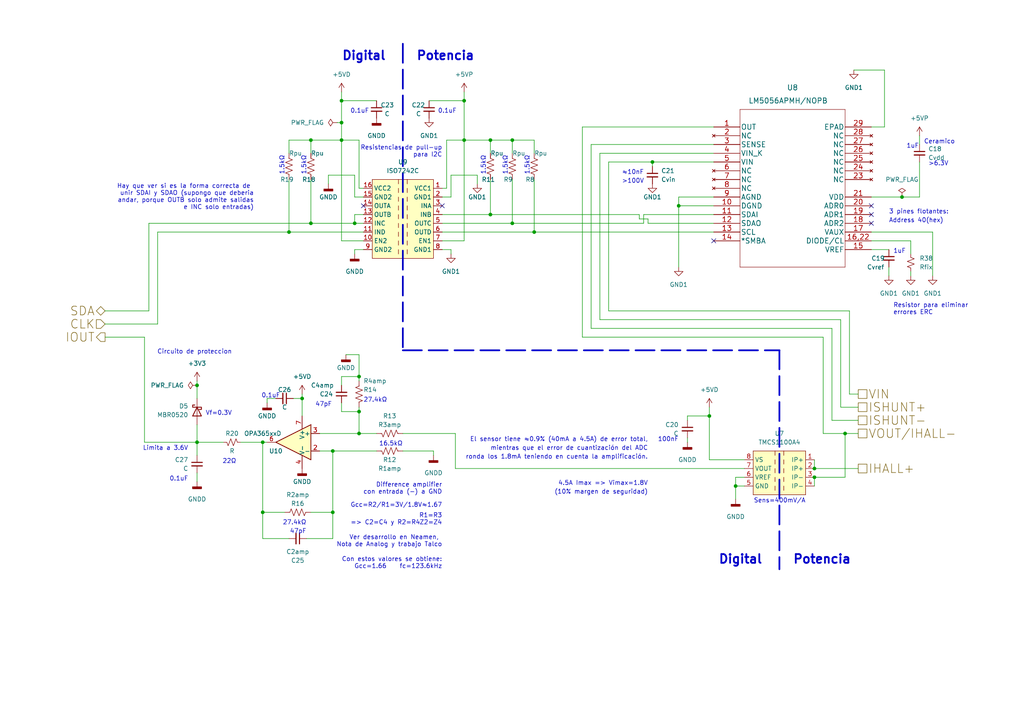
<source format=kicad_sch>
(kicad_sch (version 20211123) (generator eeschema)
  (paper "A4")
  (lib_symbols
    (symbol "2022-05-17_17-00-40:LM5056APMH{slash}NOPB" (pin_names (offset 0.254))
      (property "Reference" "U8" (at 22.86 11.43 0))
      (property "Value" "LM5056APMH/NOPB" (at 21.59 7.62 0))
      (symbol "LM5056APMH{slash}NOPB_1_1"
        (polyline (pts (xy 7.62 -40.64) (xy 38.1 -40.64)) (stroke (width 0.127)))
        (polyline (pts (xy 7.62 5.08) (xy 7.62 -40.64)) (stroke (width 0.127)))
        (polyline (pts (xy 38.1 -40.64) (xy 38.1 5.08)) (stroke (width 0.127)))
        (polyline (pts (xy 38.1 5.08) (xy 7.62 5.08)) (stroke (width 0.127)))
        (pin output line (at 0 0 0) (length 7.62) (name "OUT") (number "1"))
        (pin power_in line (at 0 -22.86 0) (length 7.62) (name "DGND") (number "10"))
        (pin input line (at 0 -25.4 0) (length 7.62) (name "SDAI") (number "11"))
        (pin output line (at 0 -27.94 0) (length 7.62) (name "SDAO") (number "12"))
        (pin input line (at 0 -30.48 0) (length 7.62) (name "SCL") (number "13"))
        (pin output line (at 0 -33.02 0) (length 7.62) (name "*SMBA") (number "14"))
        (pin output line (at 45.72 -35.56 180) (length 7.62) (name "VREF") (number "15"))
        (pin output line (at 45.72 -33.02 180) (length 7.62) (name "DIODE/CL") (number "16,22"))
        (pin input line (at 45.72 -30.48 180) (length 7.62) (name "VAUX") (number "17"))
        (pin input line (at 45.72 -27.94 180) (length 7.62) (name "ADR2") (number "18"))
        (pin input line (at 45.72 -25.4 180) (length 7.62) (name "ADR1") (number "19"))
        (pin no_connect line (at 0 -2.54 0) (length 7.62) (name "NC") (number "2"))
        (pin input line (at 45.72 -22.86 180) (length 7.62) (name "ADR0") (number "20"))
        (pin power_in line (at 45.72 -20.32 180) (length 7.62) (name "VDD") (number "21"))
        (pin no_connect line (at 45.72 -15.24 180) (length 7.62) (name "NC") (number "23"))
        (pin no_connect line (at 45.72 -12.7 180) (length 7.62) (name "NC") (number "24"))
        (pin no_connect line (at 45.72 -10.16 180) (length 7.62) (name "NC") (number "25"))
        (pin no_connect line (at 45.72 -7.62 180) (length 7.62) (name "NC") (number "26"))
        (pin no_connect line (at 45.72 -5.08 180) (length 7.62) (name "NC") (number "27"))
        (pin no_connect line (at 45.72 -2.54 180) (length 7.62) (name "NC") (number "28"))
        (pin unspecified line (at 45.72 0 180) (length 7.62) (name "EPAD") (number "29"))
        (pin input line (at 0 -5.08 0) (length 7.62) (name "SENSE") (number "3"))
        (pin input line (at 0 -7.62 0) (length 7.62) (name "VIN_K") (number "4"))
        (pin input line (at 0 -10.16 0) (length 7.62) (name "VIN") (number "5"))
        (pin no_connect line (at 0 -12.7 0) (length 7.62) (name "NC") (number "6"))
        (pin no_connect line (at 0 -15.24 0) (length 7.62) (name "NC") (number "7"))
        (pin no_connect line (at 0 -17.78 0) (length 7.62) (name "NC") (number "8"))
        (pin power_in line (at 0 -20.32 0) (length 7.62) (name "AGND") (number "9"))
      )
    )
    (symbol "Amplifier_Operational:OPA365xxD" (pin_names (offset 0.127))
      (property "Reference" "U" (at 0 6.35 0))
      (property "Value" "OPA365xxD" (at 0 3.81 0))
      (symbol "OPA365xxD_0_1"
        (polyline (pts (xy -5.08 5.08) (xy 5.08 0) (xy -5.08 -5.08) (xy -5.08 5.08)) (stroke (width 0.254)) (fill (type background)))
      )
      (symbol "OPA365xxD_1_1"
        (pin no_connect line (at -2.54 2.54 270) (length 2.54) hide (name "NC") (number "1"))
        (pin input line (at -7.62 -2.54 0) (length 2.54) (name "-") (number "2"))
        (pin input line (at -7.62 2.54 0) (length 2.54) (name "+") (number "3"))
        (pin power_in line (at -2.54 -7.62 90) (length 3.81) (name "V-") (number "4"))
        (pin no_connect line (at 0 2.54 270) (length 2.54) hide (name "NC") (number "5"))
        (pin output line (at 7.62 0 180) (length 2.54) (name "~") (number "6"))
        (pin power_in line (at -2.54 7.62 270) (length 3.81) (name "V+") (number "7"))
        (pin no_connect line (at 0 -2.54 90) (length 2.54) hide (name "NC") (number "8"))
      )
    )
    (symbol "Componentes proyecto:ISO7242C"
      (property "Reference" "U" (at 0 -12.7 0))
      (property "Value" "ISO7242C" (at 0 12.7 0))
      (symbol "ISO7242C_0_1"
        (rectangle (start -8.89 11.43) (end 8.89 -11.43) (fill (type background)))
        (polyline (pts (xy -1.27 -8.89) (xy -1.27 -10.16)))
        (polyline (pts (xy -1.27 -6.35) (xy -1.27 -7.62)))
        (polyline (pts (xy -1.27 -3.81) (xy -1.27 -5.08)))
        (polyline (pts (xy -1.27 -1.27) (xy -1.27 -2.54)))
        (polyline (pts (xy -1.27 1.27) (xy -1.27 0)))
        (polyline (pts (xy -1.27 3.81) (xy -1.27 2.54)))
        (polyline (pts (xy -1.27 6.35) (xy -1.27 5.08)))
        (polyline (pts (xy -1.27 7.62) (xy -1.27 8.89)))
        (polyline (pts (xy -1.27 8.89) (xy -1.27 8.89)))
        (polyline (pts (xy -1.27 11.43) (xy -1.27 10.16)))
        (polyline (pts (xy 1.27 -10.16) (xy 1.27 -8.89)))
        (polyline (pts (xy 1.27 -7.62) (xy 1.27 -6.35)))
        (polyline (pts (xy 1.27 -5.08) (xy 1.27 -3.81)))
        (polyline (pts (xy 1.27 -2.54) (xy 1.27 -1.27)))
        (polyline (pts (xy 1.27 0) (xy 1.27 1.27)))
        (polyline (pts (xy 1.27 2.54) (xy 1.27 3.81)))
        (polyline (pts (xy 1.27 5.08) (xy 1.27 6.35)))
        (polyline (pts (xy 1.27 7.62) (xy 1.27 8.89)))
        (polyline (pts (xy 1.27 10.16) (xy 1.27 11.43)))
      )
      (symbol "ISO7242C_1_1"
        (pin power_in line (at -11.43 8.89 0) (length 2.54) (name "VCC1") (number "1"))
        (pin input line (at 11.43 -6.35 180) (length 2.54) (name "EN2") (number "10"))
        (pin input line (at 11.43 -3.81 180) (length 2.54) (name "IND") (number "11"))
        (pin input line (at 11.43 -1.27 180) (length 2.54) (name "INC") (number "12"))
        (pin output line (at 11.43 1.27 180) (length 2.54) (name "OUTB") (number "13"))
        (pin output line (at 11.43 3.81 180) (length 2.54) (name "OUTA") (number "14"))
        (pin passive line (at 11.43 6.35 180) (length 2.54) (name "GND2") (number "15"))
        (pin power_in line (at 11.43 8.89 180) (length 2.54) (name "VCC2") (number "16"))
        (pin passive line (at -11.43 6.35 0) (length 2.54) (name "GND1") (number "2"))
        (pin input line (at -11.43 3.81 0) (length 2.54) (name "INA") (number "3"))
        (pin input line (at -11.43 1.27 0) (length 2.54) (name "INB") (number "4"))
        (pin output line (at -11.43 -1.27 0) (length 2.54) (name "OUTC") (number "5"))
        (pin output line (at -11.43 -3.81 0) (length 2.54) (name "OUTD") (number "6"))
        (pin input line (at -11.43 -6.35 0) (length 2.54) (name "EN1") (number "7"))
        (pin passive line (at -11.43 -8.89 0) (length 2.54) (name "GND1") (number "8"))
        (pin passive line (at 11.43 -8.89 180) (length 2.54) (name "GND2") (number "9"))
      )
    )
    (symbol "Componentes proyecto:TMCS1100A4"
      (property "Reference" "U" (at 0 -7.62 0))
      (property "Value" "TMCS1100A4" (at 0 7.62 0))
      (symbol "TMCS1100A4_0_1"
        (rectangle (start -7.62 6.35) (end 7.62 -6.35) (fill (type background)))
        (polyline (pts (xy -1.27 -3.81) (xy -1.27 -5.08)))
        (polyline (pts (xy -1.27 -1.27) (xy -1.27 -2.54)))
        (polyline (pts (xy -1.27 1.27) (xy -1.27 0)))
        (polyline (pts (xy -1.27 2.54) (xy -1.27 3.81)))
        (polyline (pts (xy -1.27 6.35) (xy -1.27 5.08)))
        (polyline (pts (xy 1.27 -5.08) (xy 1.27 -3.81)))
        (polyline (pts (xy 1.27 -1.27) (xy 1.27 -2.54)))
        (polyline (pts (xy 1.27 1.27) (xy 1.27 0)))
        (polyline (pts (xy 1.27 3.81) (xy 1.27 2.54)))
        (polyline (pts (xy 1.27 6.35) (xy 1.27 5.08)))
      )
      (symbol "TMCS1100A4_1_1"
        (pin input line (at -10.16 3.81 0) (length 2.54) (name "IP+") (number "1"))
        (pin input line (at -10.16 1.27 0) (length 2.54) (name "IP+") (number "2"))
        (pin input line (at -10.16 -1.27 0) (length 2.54) (name "IP-") (number "3"))
        (pin input line (at -10.16 -3.81 0) (length 2.54) (name "IP-") (number "4"))
        (pin passive line (at 10.16 -3.81 180) (length 2.54) (name "GND") (number "5"))
        (pin input line (at 10.16 -1.27 180) (length 2.54) (name "VREF") (number "6"))
        (pin input line (at 10.16 1.27 180) (length 2.54) (name "VOUT") (number "7"))
        (pin power_in line (at 10.16 3.81 180) (length 2.54) (name "VS") (number "8"))
      )
    )
    (symbol "Device:C_Small" (pin_numbers hide) (pin_names (offset 0.254) hide)
      (property "Reference" "C" (at 0.254 1.778 0))
      (property "Value" "C_Small" (at 0.254 -2.032 0))
      (symbol "C_Small_0_1"
        (polyline (pts (xy -1.524 -0.508) (xy 1.524 -0.508)) (stroke (width 0.3302)))
        (polyline (pts (xy -1.524 0.508) (xy 1.524 0.508)) (stroke (width 0.3048)))
      )
      (symbol "C_Small_1_1"
        (pin passive line (at 0 2.54 270) (length 2.032) (name "~") (number "1"))
        (pin passive line (at 0 -2.54 90) (length 2.032) (name "~") (number "2"))
      )
    )
    (symbol "Device:R_Small_US" (pin_numbers hide) (pin_names (offset 0.254) hide)
      (property "Reference" "R" (at 0.762 0.508 0))
      (property "Value" "R_Small_US" (at 0.762 -1.016 0))
      (symbol "R_Small_US_1_1"
        (polyline (pts (xy 0 0) (xy 1.016 -0.381) (xy 0 -0.762) (xy -1.016 -1.143) (xy 0 -1.524)))
        (polyline (pts (xy 0 1.524) (xy 1.016 1.143) (xy 0 0.762) (xy -1.016 0.381) (xy 0 0)))
        (pin passive line (at 0 2.54 270) (length 1.016) (name "~") (number "1"))
        (pin passive line (at 0 -2.54 90) (length 1.016) (name "~") (number "2"))
      )
    )
    (symbol "Device:R_US" (pin_numbers hide) (pin_names (offset 0))
      (property "Reference" "R" (at 2.54 0 90))
      (property "Value" "R_US" (at -2.54 0 90))
      (symbol "R_US_0_1"
        (polyline (pts (xy 0 -2.286) (xy 0 -2.54)))
        (polyline (pts (xy 0 2.286) (xy 0 2.54)))
        (polyline (pts (xy 0 -0.762) (xy 1.016 -1.143) (xy 0 -1.524) (xy -1.016 -1.905) (xy 0 -2.286)))
        (polyline (pts (xy 0 0.762) (xy 1.016 0.381) (xy 0 0) (xy -1.016 -0.381) (xy 0 -0.762)))
        (polyline (pts (xy 0 2.286) (xy 1.016 1.905) (xy 0 1.524) (xy -1.016 1.143) (xy 0 0.762)))
      )
      (symbol "R_US_1_1"
        (pin passive line (at 0 3.81 270) (length 1.27) (name "~") (number "1"))
        (pin passive line (at 0 -3.81 90) (length 1.27) (name "~") (number "2"))
      )
    )
    (symbol "Diode:MBR0520" (pin_numbers hide) (pin_names (offset 1.016) hide)
      (property "Reference" "D" (at 0 2.54 0))
      (property "Value" "MBR0520" (at 0 -2.54 0))
      (symbol "MBR0520_0_1"
        (polyline (pts (xy 1.27 0) (xy -1.27 0)))
        (polyline (pts (xy 1.27 1.27) (xy 1.27 -1.27) (xy -1.27 0) (xy 1.27 1.27)) (stroke (width 0.254)))
        (polyline (pts (xy -1.905 0.635) (xy -1.905 1.27) (xy -1.27 1.27) (xy -1.27 -1.27) (xy -0.635 -1.27) (xy -0.635 -0.635)) (stroke (width 0.254)))
      )
      (symbol "MBR0520_1_1"
        (pin passive line (at -3.81 0 0) (length 2.54) (name "K") (number "1"))
        (pin passive line (at 3.81 0 180) (length 2.54) (name "A") (number "2"))
      )
    )
    (symbol "power:+3.3V" (power) (pin_names (offset 0))
      (property "Value" "+3.3V" (at 0 3.556 0))
      (symbol "+3.3V_0_1"
        (polyline (pts (xy -0.762 1.27) (xy 0 2.54)))
        (polyline (pts (xy 0 0) (xy 0 2.54)))
        (polyline (pts (xy 0 2.54) (xy 0.762 1.27)))
      )
      (symbol "+3.3V_1_1"
        (pin power_in line (at 0 0 90) (length 0) hide (name "+3V3") (number "1"))
      )
    )
    (symbol "power:+5VD" (power) (pin_names (offset 0))
      (property "Value" "+5VD" (at 0 3.556 0))
      (symbol "+5VD_0_1"
        (polyline (pts (xy -0.762 1.27) (xy 0 2.54)))
        (polyline (pts (xy 0 0) (xy 0 2.54)))
        (polyline (pts (xy 0 2.54) (xy 0.762 1.27)))
      )
      (symbol "+5VD_1_1"
        (pin power_in line (at 0 0 90) (length 0) hide (name "+5VD") (number "1"))
      )
    )
    (symbol "power:+5VP" (power) (pin_names (offset 0))
      (property "Value" "+5VP" (at 0 3.556 0))
      (symbol "+5VP_0_1"
        (polyline (pts (xy -0.762 1.27) (xy 0 2.54)))
        (polyline (pts (xy 0 0) (xy 0 2.54)))
        (polyline (pts (xy 0 2.54) (xy 0.762 1.27)))
      )
      (symbol "+5VP_1_1"
        (pin power_in line (at 0 0 90) (length 0) hide (name "+5VP") (number "1"))
      )
    )
    (symbol "power:GND1" (power) (pin_names (offset 0))
      (property "Value" "GND1" (at 0 -3.81 0))
      (symbol "GND1_0_1"
        (polyline (pts (xy 0 0) (xy 0 -1.27) (xy 1.27 -1.27) (xy 0 -2.54) (xy -1.27 -1.27) (xy 0 -1.27)))
      )
      (symbol "GND1_1_1"
        (pin power_in line (at 0 0 270) (length 0) hide (name "GND1") (number "1"))
      )
    )
    (symbol "power:GNDD" (power) (pin_names (offset 0))
      (property "Value" "GNDD" (at 0 -3.175 0))
      (symbol "GNDD_0_1"
        (rectangle (start -1.27 -1.524) (end 1.27 -2.032) (stroke (width 0.254)) (fill (type outline)))
        (polyline (pts (xy 0 0) (xy 0 -1.524)))
      )
      (symbol "GNDD_1_1"
        (pin power_in line (at 0 0 270) (length 0) hide (name "GNDD") (number "1"))
      )
    )
    (symbol "power:PWR_FLAG" (power) (pin_numbers hide) (pin_names (offset 0) hide)
      (property "Value" "PWR_FLAG" (at 0 3.81 0))
      (symbol "PWR_FLAG_0_0"
        (pin power_out line (at 0 0 90) (length 0) (name "pwr") (number "1"))
      )
      (symbol "PWR_FLAG_0_1"
        (polyline (pts (xy 0 0) (xy 0 1.27) (xy -1.016 1.905) (xy 0 2.54) (xy 1.016 1.905) (xy 0 1.27)))
      )
    )
  )
  (junction (at 104.14 119.38))
  (junction (at 87.63 115.57))
  (junction (at 99.06 35.56))
  (junction (at 205.74 120.65))
  (junction (at 57.15 111.76))
  (junction (at 154.94 67.31))
  (junction (at 134.62 29.21))
  (junction (at 148.59 40.64))
  (junction (at 96.52 130.81))
  (junction (at 236.22 135.89))
  (junction (at 102.87 64.77))
  (junction (at 104.14 109.22))
  (junction (at 261.62 57.15))
  (junction (at 196.85 59.69))
  (junction (at 213.36 140.97))
  (junction (at 142.24 40.64))
  (junction (at 104.14 125.73))
  (junction (at 245.11 125.73))
  (junction (at 76.2 148.59))
  (junction (at 90.17 40.64))
  (junction (at 83.82 67.31))
  (junction (at 57.15 128.27))
  (junction (at 96.52 148.59))
  (junction (at 90.17 64.77))
  (junction (at 148.59 64.77))
  (junction (at 189.23 46.99))
  (junction (at 76.2 128.27))
  (junction (at 142.24 62.23))
  (junction (at 236.22 138.43))
  (junction (at 99.06 29.21))
  (junction (at 99.06 40.64))
  (junction (at 134.62 40.64))
  (no_connect (at 105.41 59.69))
  (no_connect (at 128.27 59.69))
  (no_connect (at 252.73 62.23))
  (no_connect (at 252.73 64.77))
  (no_connect (at 252.73 59.69))
  (no_connect (at 207.01 69.85))
  (wire (pts (xy 132.08 135.89) (xy 132.08 125.73)))
  (wire (pts (xy 90.17 44.45) (xy 90.17 40.64)))
  (wire (pts (xy 96.52 156.21) (xy 88.9 156.21)))
  (wire (pts (xy 246.38 90.17) (xy 176.53 90.17)))
  (wire (pts (xy 129.54 40.64) (xy 134.62 40.64)))
  (wire (pts (xy 185.42 62.23) (xy 142.24 62.23)))
  (wire (pts (xy 270.51 67.31) (xy 270.51 80.01)))
  (wire (pts (xy 83.82 67.31) (xy 45.72 67.31)))
  (wire (pts (xy 99.06 119.38) (xy 104.14 119.38)))
  (polyline (pts (xy 116.84 12.7) (xy 116.84 101.6)) (stroke (width 0.5)))
  (wire (pts (xy 142.24 62.23) (xy 128.27 62.23)))
  (wire (pts (xy 176.53 46.99) (xy 189.23 46.99)))
  (wire (pts (xy 248.92 135.89) (xy 236.22 135.89)))
  (wire (pts (xy 154.94 40.64) (xy 154.94 44.45)))
  (wire (pts (xy 128.27 69.85) (xy 134.62 69.85)))
  (wire (pts (xy 99.06 109.22) (xy 104.14 109.22)))
  (wire (pts (xy 215.9 138.43) (xy 213.36 138.43)))
  (wire (pts (xy 102.87 62.23) (xy 102.87 64.77)))
  (wire (pts (xy 128.27 72.39) (xy 130.81 72.39)))
  (wire (pts (xy 129.54 40.64) (xy 129.54 54.61)))
  (wire (pts (xy 76.2 128.27) (xy 69.85 128.27)))
  (wire (pts (xy 246.38 114.3) (xy 246.38 90.17)))
  (wire (pts (xy 264.16 73.66) (xy 264.16 69.85)))
  (wire (pts (xy 104.14 119.38) (xy 104.14 118.11)))
  (wire (pts (xy 105.41 62.23) (xy 102.87 62.23)))
  (wire (pts (xy 64.77 128.27) (xy 57.15 128.27)))
  (wire (pts (xy 176.53 46.99) (xy 176.53 90.17)))
  (wire (pts (xy 125.73 130.81) (xy 125.73 132.08)))
  (wire (pts (xy 99.06 35.56) (xy 99.06 40.64)))
  (wire (pts (xy 205.74 118.11) (xy 205.74 120.65)))
  (wire (pts (xy 99.06 111.76) (xy 99.06 109.22)))
  (wire (pts (xy 95.25 50.8) (xy 95.25 53.34)))
  (wire (pts (xy 199.39 120.65) (xy 205.74 120.65)))
  (wire (pts (xy 57.15 128.27) (xy 41.91 128.27)))
  (wire (pts (xy 105.41 64.77) (xy 102.87 64.77)))
  (wire (pts (xy 215.9 135.89) (xy 132.08 135.89)))
  (wire (pts (xy 77.47 115.57) (xy 80.01 115.57)))
  (wire (pts (xy 257.81 72.39) (xy 252.73 72.39)))
  (wire (pts (xy 213.36 138.43) (xy 213.36 140.97)))
  (wire (pts (xy 207.01 64.77) (xy 187.96 64.77)))
  (wire (pts (xy 83.82 52.07) (xy 83.82 67.31)))
  (wire (pts (xy 41.91 97.79) (xy 30.48 97.79)))
  (wire (pts (xy 45.72 93.98) (xy 30.48 93.98)))
  (wire (pts (xy 256.54 20.32) (xy 256.54 36.83)))
  (wire (pts (xy 128.27 57.15) (xy 130.81 57.15)))
  (wire (pts (xy 124.46 29.21) (xy 134.62 29.21)))
  (wire (pts (xy 109.22 130.81) (xy 96.52 130.81)))
  (wire (pts (xy 207.01 57.15) (xy 196.85 57.15)))
  (wire (pts (xy 245.11 138.43) (xy 236.22 138.43)))
  (wire (pts (xy 104.14 40.64) (xy 99.06 40.64)))
  (wire (pts (xy 257.81 77.47) (xy 257.81 80.01)))
  (wire (pts (xy 238.76 97.79) (xy 168.91 97.79)))
  (wire (pts (xy 132.08 125.73) (xy 116.84 125.73)))
  (wire (pts (xy 104.14 125.73) (xy 92.71 125.73)))
  (wire (pts (xy 109.22 125.73) (xy 104.14 125.73)))
  (wire (pts (xy 187.96 64.77) (xy 187.96 63.5)))
  (wire (pts (xy 196.85 57.15) (xy 196.85 59.69)))
  (wire (pts (xy 57.15 137.16) (xy 57.15 139.7)))
  (wire (pts (xy 266.7 39.37) (xy 266.7 41.91)))
  (wire (pts (xy 148.59 64.77) (xy 128.27 64.77)))
  (wire (pts (xy 138.43 50.8) (xy 138.43 53.34)))
  (wire (pts (xy 245.11 125.73) (xy 245.11 138.43)))
  (wire (pts (xy 245.11 125.73) (xy 238.76 125.73)))
  (wire (pts (xy 238.76 125.73) (xy 238.76 97.79)))
  (wire (pts (xy 104.14 109.22) (xy 104.14 110.49)))
  (wire (pts (xy 264.16 69.85) (xy 252.73 69.85)))
  (wire (pts (xy 43.18 64.77) (xy 43.18 90.17)))
  (wire (pts (xy 171.45 41.91) (xy 171.45 95.25)))
  (wire (pts (xy 236.22 133.35) (xy 236.22 135.89)))
  (wire (pts (xy 142.24 40.64) (xy 134.62 40.64)))
  (wire (pts (xy 57.15 110.49) (xy 57.15 111.76)))
  (wire (pts (xy 154.94 52.07) (xy 154.94 67.31)))
  (wire (pts (xy 264.16 80.01) (xy 264.16 78.74)))
  (wire (pts (xy 199.39 121.92) (xy 199.39 120.65)))
  (wire (pts (xy 102.87 50.8) (xy 95.25 50.8)))
  (wire (pts (xy 266.7 57.15) (xy 266.7 46.99)))
  (wire (pts (xy 102.87 57.15) (xy 102.87 50.8)))
  (wire (pts (xy 199.39 128.27) (xy 199.39 127)))
  (wire (pts (xy 186.69 64.77) (xy 148.59 64.77)))
  (wire (pts (xy 77.47 116.84) (xy 77.47 115.57)))
  (wire (pts (xy 76.2 156.21) (xy 76.2 148.59)))
  (polyline (pts (xy 226.06 101.6) (xy 226.06 165.1)) (stroke (width 0.5)))
  (polyline (pts (xy 116.84 101.6) (xy 226.06 101.6)) (stroke (width 0.5)))
  (wire (pts (xy 96.52 148.59) (xy 90.17 148.59)))
  (wire (pts (xy 45.72 67.31) (xy 45.72 93.98)))
  (wire (pts (xy 104.14 109.22) (xy 104.14 102.87)))
  (wire (pts (xy 99.06 29.21) (xy 99.06 35.56)))
  (wire (pts (xy 104.14 40.64) (xy 104.14 54.61)))
  (wire (pts (xy 243.84 118.11) (xy 243.84 92.71)))
  (wire (pts (xy 105.41 69.85) (xy 99.06 69.85)))
  (wire (pts (xy 142.24 52.07) (xy 142.24 62.23)))
  (wire (pts (xy 43.18 90.17) (xy 30.48 90.17)))
  (wire (pts (xy 57.15 128.27) (xy 57.15 132.08)))
  (wire (pts (xy 186.69 62.23) (xy 186.69 64.77)))
  (wire (pts (xy 207.01 46.99) (xy 189.23 46.99)))
  (wire (pts (xy 256.54 36.83) (xy 252.73 36.83)))
  (wire (pts (xy 256.54 20.32) (xy 247.65 20.32)))
  (wire (pts (xy 134.62 26.67) (xy 134.62 29.21)))
  (wire (pts (xy 90.17 64.77) (xy 43.18 64.77)))
  (wire (pts (xy 104.14 54.61) (xy 105.41 54.61)))
  (wire (pts (xy 82.55 148.59) (xy 76.2 148.59)))
  (wire (pts (xy 207.01 44.45) (xy 173.99 44.45)))
  (wire (pts (xy 99.06 69.85) (xy 99.06 40.64)))
  (wire (pts (xy 215.9 133.35) (xy 205.74 133.35)))
  (wire (pts (xy 104.14 125.73) (xy 104.14 119.38)))
  (wire (pts (xy 261.62 57.15) (xy 252.73 57.15)))
  (wire (pts (xy 207.01 36.83) (xy 168.91 36.83)))
  (wire (pts (xy 57.15 111.76) (xy 57.15 115.57)))
  (wire (pts (xy 90.17 52.07) (xy 90.17 64.77)))
  (wire (pts (xy 248.92 121.92) (xy 241.3 121.92)))
  (wire (pts (xy 207.01 41.91) (xy 171.45 41.91)))
  (wire (pts (xy 76.2 148.59) (xy 76.2 128.27)))
  (wire (pts (xy 109.22 29.21) (xy 99.06 29.21)))
  (wire (pts (xy 207.01 62.23) (xy 186.69 62.23)))
  (wire (pts (xy 76.2 128.27) (xy 77.47 128.27)))
  (wire (pts (xy 97.79 35.56) (xy 99.06 35.56)))
  (wire (pts (xy 130.81 57.15) (xy 130.81 50.8)))
  (wire (pts (xy 252.73 67.31) (xy 270.51 67.31)))
  (wire (pts (xy 207.01 59.69) (xy 196.85 59.69)))
  (wire (pts (xy 134.62 69.85) (xy 134.62 40.64)))
  (wire (pts (xy 130.81 50.8) (xy 138.43 50.8)))
  (wire (pts (xy 148.59 40.64) (xy 154.94 40.64)))
  (wire (pts (xy 168.91 36.83) (xy 168.91 97.79)))
  (wire (pts (xy 102.87 72.39) (xy 102.87 73.66)))
  (wire (pts (xy 104.14 102.87) (xy 100.33 102.87)))
  (wire (pts (xy 96.52 130.81) (xy 92.71 130.81)))
  (wire (pts (xy 248.92 125.73) (xy 245.11 125.73)))
  (wire (pts (xy 261.62 57.15) (xy 266.7 57.15)))
  (wire (pts (xy 83.82 156.21) (xy 76.2 156.21)))
  (wire (pts (xy 105.41 72.39) (xy 102.87 72.39)))
  (wire (pts (xy 96.52 130.81) (xy 96.52 148.59)))
  (wire (pts (xy 154.94 67.31) (xy 128.27 67.31)))
  (wire (pts (xy 187.96 63.5) (xy 185.42 63.5)))
  (wire (pts (xy 87.63 114.3) (xy 87.63 115.57)))
  (wire (pts (xy 248.92 118.11) (xy 243.84 118.11)))
  (wire (pts (xy 134.62 29.21) (xy 134.62 40.64)))
  (wire (pts (xy 105.41 67.31) (xy 83.82 67.31)))
  (wire (pts (xy 130.81 72.39) (xy 130.81 73.66)))
  (wire (pts (xy 173.99 44.45) (xy 173.99 92.71)))
  (wire (pts (xy 142.24 44.45) (xy 142.24 40.64)))
  (wire (pts (xy 102.87 64.77) (xy 90.17 64.77)))
  (wire (pts (xy 129.54 54.61) (xy 128.27 54.61)))
  (wire (pts (xy 189.23 46.99) (xy 189.23 48.26)))
  (wire (pts (xy 83.82 40.64) (xy 83.82 44.45)))
  (wire (pts (xy 241.3 121.92) (xy 241.3 95.25)))
  (wire (pts (xy 148.59 52.07) (xy 148.59 64.77)))
  (wire (pts (xy 125.73 130.81) (xy 116.84 130.81)))
  (wire (pts (xy 57.15 123.19) (xy 57.15 128.27)))
  (wire (pts (xy 99.06 116.84) (xy 99.06 119.38)))
  (wire (pts (xy 243.84 92.71) (xy 173.99 92.71)))
  (wire (pts (xy 205.74 120.65) (xy 205.74 133.35)))
  (wire (pts (xy 41.91 128.27) (xy 41.91 97.79)))
  (wire (pts (xy 99.06 40.64) (xy 90.17 40.64)))
  (wire (pts (xy 105.41 57.15) (xy 102.87 57.15)))
  (wire (pts (xy 215.9 140.97) (xy 213.36 140.97)))
  (wire (pts (xy 148.59 40.64) (xy 142.24 40.64)))
  (wire (pts (xy 196.85 59.69) (xy 196.85 77.47)))
  (wire (pts (xy 148.59 44.45) (xy 148.59 40.64)))
  (wire (pts (xy 207.01 67.31) (xy 154.94 67.31)))
  (wire (pts (xy 90.17 40.64) (xy 83.82 40.64)))
  (wire (pts (xy 87.63 115.57) (xy 87.63 120.65)))
  (wire (pts (xy 248.92 114.3) (xy 246.38 114.3)))
  (wire (pts (xy 236.22 138.43) (xy 236.22 140.97)))
  (wire (pts (xy 213.36 140.97) (xy 213.36 144.78)))
  (wire (pts (xy 241.3 95.25) (xy 171.45 95.25)))
  (wire (pts (xy 99.06 26.67) (xy 99.06 29.21)))
  (wire (pts (xy 96.52 148.59) (xy 96.52 156.21)))
  (wire (pts (xy 185.42 63.5) (xy 185.42 62.23)))
  (wire (pts (xy 87.63 115.57) (xy 85.09 115.57)))
  (text "Sens=400mV/A" (at 233.68 146.05 180) (effects (font (size 1.27 1.27)) (justify right bottom)))
  (text "mientras que el error de cuantización del ADC" (at 187.96 130.81 180) (effects (font (size 1.27 1.27)) (justify right bottom)))
  (text "Ver desarrollo en Neamen, \nNota de Analog y trabajo Talco" (at 128.27 158.75 0) (effects (font (size 1.27 1.27)) (justify right bottom)))
  (text "Gcc=R2/R1=3V/1.8V≈1.67" (at 128.27 147.32 180) (effects (font (size 1.27 1.27)) (justify right bottom)))
  (text "3 pines flotantes:" (at 257.81 62.23 0) (effects (font (size 1.27 1.27)) (justify left bottom)))
  (text "1.5kΩ" (at 140.97 50.8 90) (effects (font (size 1.27 1.27)) (justify left bottom)))
  (text "≈10nF" (at 180.34 50.8 0) (effects (font (size 1.27 1.27)) (justify left bottom)))
  (text "Vf=0.3V" (at 67.31 120.65 180) (effects (font (size 1.27 1.27)) (justify right bottom)))
  (text "R1=R3\nZ2=Z4" (at 128.27 152.4 180) (effects (font (size 1.27 1.27)) (justify right bottom)))
  (text "1uF" (at 259.08 73.66 0) (effects (font (size 1.27 1.27)) (justify left bottom)))
  (text "Con estos valores se obtiene:\nGcc=1.66    fc=123.6kHz" (at 128.27 165.1 0) (effects (font (size 1.27 1.27)) (justify right bottom)))
  (text "16.5kΩ" (at 116.84 129.54 180) (effects (font (size 1.27 1.27)) (justify right bottom)))
  (text "Limita a 3.6V" (at 54.61 130.81 180) (effects (font (size 1.27 1.27)) (justify right bottom)))
  (text "0.1uF" (at 101.6 33.02 0) (effects (font (size 1.27 1.27)) (justify left bottom)))
  (text ">6.3V" (at 269.24 48.26 0) (effects (font (size 1.27 1.27)) (justify left bottom)))
  (text "1.5kΩ" (at 153.67 50.8 90) (effects (font (size 1.27 1.27)) (justify left bottom)))
  (text "1.5kΩ" (at 147.32 50.8 90) (effects (font (size 1.27 1.27)) (justify left bottom)))
  (text "1.5kΩ" (at 88.9 50.8 90) (effects (font (size 1.27 1.27)) (justify left bottom)))
  (text "0.1uF" (at 127 33.02 0) (effects (font (size 1.27 1.27)) (justify left bottom)))
  (text "0.1uF" (at 54.61 139.7 180) (effects (font (size 1.27 1.27)) (justify right bottom)))
  (text "22Ω" (at 68.58 134.62 180) (effects (font (size 1.27 1.27)) (justify right bottom)))
  (text "100nF" (at 196.85 128.27 180) (effects (font (size 1.27 1.27)) (justify right bottom)))
  (text " => C2=C4 y R2=R4" (at 121.92 152.4 180) (effects (font (size 1.27 1.27)) (justify right bottom)))
  (text "Digital" (at 99.06 17.78 0) (effects (font (size 2.54 2.54) (thickness 0.508) bold) (justify left bottom)))
  (text "1.5kΩ" (at 82.55 50.8 90) (effects (font (size 1.27 1.27)) (justify left bottom)))
  (text "Resistor para eliminar \nerrores ERC" (at 259.08 91.44 0) (effects (font (size 1.27 1.27)) (justify left bottom)))
  (text "0.1uF" (at 81.28 115.57 180) (effects (font (size 1.27 1.27)) (justify right bottom)))
  (text "Hay que ver si es la forma correcta de \nunir SDAI y SDAO (supongo que deberia\nandar, porque OUTB solo admite salidas\ne INC solo entradas)" (at 73.66 60.96 0) (effects (font (size 1.27 1.27)) (justify right bottom)))
  (text "(10% margen de seguridad)" (at 187.96 143.51 180) (effects (font (size 1.27 1.27)) (justify right bottom)))
  (text "Address 40(hex)" (at 257.81 64.77 0) (effects (font (size 1.27 1.27)) (justify left bottom)))
  (text "Potencia" (at 229.87 163.83 0) (effects (font (size 2.54 2.54) bold) (justify left bottom)))
  (text "Ceramico" (at 267.97 41.91 0) (effects (font (size 1.27 1.27)) (justify left bottom)))
  (text "47pF" (at 88.9 154.94 180) (effects (font (size 1.27 1.27)) (justify right bottom)))
  (text "27.4kΩ" (at 105.41 116.84 0) (effects (font (size 1.27 1.27)) (justify left bottom)))
  (text "Circuito de proteccion" (at 67.31 102.87 180) (effects (font (size 1.27 1.27)) (justify right bottom)))
  (text "Resistencias de pull-up\npara I2C" (at 128.27 45.72 180) (effects (font (size 1.27 1.27)) (justify right bottom)))
  (text ">100V" (at 180.34 53.34 0) (effects (font (size 1.27 1.27)) (justify left bottom)))
  (text "27.4kΩ" (at 88.9 152.4 180) (effects (font (size 1.27 1.27)) (justify right bottom)))
  (text "47pF" (at 91.44 118.11 0) (effects (font (size 1.27 1.27)) (justify left bottom)))
  (text "Difference amplifier\ncon entrada (-) a GND" (at 128.27 143.51 180) (effects (font (size 1.27 1.27)) (justify right bottom)))
  (text "4.5A Imax => Vimax=1.8V" (at 187.96 140.97 180) (effects (font (size 1.27 1.27)) (justify right bottom)))
  (text "El sensor tiene ≈0.9% (40mA a 4.5A) de error total," (at 187.96 128.27 0) (effects (font (size 1.27 1.27)) (justify right bottom)))
  (text "ronda los 1.8mA teniendo en cuenta la amplificación." (at 187.96 133.35 0) (effects (font (size 1.27 1.27)) (justify right bottom)))
  (text "Digital" (at 208.28 163.83 0) (effects (font (size 2.54 2.54) (thickness 0.508) bold) (justify left bottom)))
  (text "1uF" (at 262.89 43.18 0) (effects (font (size 1.27 1.27)) (justify left bottom)))
  (text "Potencia" (at 120.65 17.78 0) (effects (font (size 2.54 2.54) bold) (justify left bottom)))
  (hierarchical_label "ISHUNT+" (shape passive) (at 248.92 118.11 0) (effects (font (size 2.54 2.54))))
  (hierarchical_label "SDA" (shape bidirectional) (at 30.48 90.17 180) (effects (font (size 2.54 2.54))))
  (hierarchical_label "IHALL+" (shape passive) (at 248.92 135.89 0) (effects (font (size 2.54 2.54))))
  (hierarchical_label "ISHUNT-" (shape passive) (at 248.92 121.92 0) (effects (font (size 2.54 2.54))))
  (hierarchical_label "CLK" (shape input) (at 30.48 93.98 180) (effects (font (size 2.54 2.54))))
  (hierarchical_label "VIN" (shape passive) (at 248.92 114.3 0) (effects (font (size 2.54 2.54))))
  (hierarchical_label "IOUT" (shape output) (at 30.48 97.79 180) (effects (font (size 2.54 2.54))))
  (hierarchical_label "VOUT{slash}IHALL-" (shape passive) (at 248.92 125.73 0) (effects (font (size 2.54 2.54))))
  (symbol (lib_id "power:GNDD") (at 213.36 144.78 0) (unit 1)
    (property "Reference" "#PWR0133" (effects hide))
    (property "Value" "GNDD" (at 213.36 149.86 0))
  )
  (symbol (lib_id "Device:R_Small_US") (at 67.31 128.27 270) (mirror x) (unit 1)
    (property "Reference" "R20" (at 67.31 125.73 90))
    (property "Value" "R" (at 67.31 130.81 90))
    (property "Footprint" "Resistor_SMD:R_1206_3216Metric_Pad1.30x1.75mm_HandSolder" (effects hide))
  )
  (symbol (lib_id "Device:R_US") (at 148.59 48.26 0) (unit 1)
    (property "Reference" "R9" (at 146.05 52.07 0) (effects (justify left)))
    (property "Value" "Rpu" (at 148.59 44.45 0) (effects (justify left)))
    (property "Footprint" "Resistor_SMD:R_1206_3216Metric_Pad1.30x1.75mm_HandSolder" (effects hide))
  )
  (symbol (lib_id "power:GND1") (at 270.51 80.01 0) (unit 1)
    (property "Reference" "#PWR0138" (effects hide))
    (property "Value" "GND1" (at 270.51 85.09 0))
  )
  (symbol (lib_id "Device:R_US") (at 142.24 48.26 0) (unit 1)
    (property "Reference" "R11" (at 139.7 52.07 0) (effects (justify left)))
    (property "Value" "Rpu" (at 142.24 44.45 0) (effects (justify left)))
    (property "Footprint" "Resistor_SMD:R_1206_3216Metric_Pad1.30x1.75mm_HandSolder" (effects hide))
  )
  (symbol (lib_id "power:GND1") (at 189.23 53.34 0) (unit 1)
    (property "Reference" "#PWR0137" (effects hide))
    (property "Value" "GND1" (at 189.23 57.15 0))
  )
  (symbol (lib_id "power:GND1") (at 264.16 80.01 0) (unit 1)
    (property "Reference" "#PWR0140" (effects hide))
    (property "Value" "GND1" (at 264.16 85.09 0))
  )
  (symbol (lib_id "power:GNDD") (at 100.33 102.87 0) (mirror y) (unit 1)
    (property "Reference" "#PWR0101" (effects hide))
    (property "Value" "GNDD" (at 100.33 106.68 0))
  )
  (symbol (lib_id "Componentes proyecto:TMCS1100A4") (at 226.06 137.16 0) (mirror y) (unit 1)
    (property "Reference" "U7" (at 226.06 125.73 0))
    (property "Value" "TMCS1100A4" (at 226.06 128.27 0))
    (property "Footprint" "Package_SO:SOIC-8_3.9x4.9mm_P1.27mm" (effects hide))
  )
  (symbol (lib_id "power:+5VP") (at 266.7 39.37 0) (mirror y) (unit 1)
    (property "Reference" "#PWR0132" (effects hide))
    (property "Value" "+5VP" (at 266.7 34.29 0))
  )
  (symbol (lib_id "power:GND1") (at 124.46 34.29 0) (mirror y) (unit 1)
    (property "Reference" "#PWR0153" (effects hide))
    (property "Value" "GND1" (at 124.46 39.37 0))
  )
  (symbol (lib_id "Device:C_Small") (at 99.06 114.3 0) (mirror x) (unit 1)
    (property "Reference" "C24" (at 92.71 114.3 0) (effects (justify left)))
    (property "Value" "C4amp" (at 90.17 111.76 0) (effects (justify left)))
    (property "Footprint" "Capacitor_SMD:C_1206_3216Metric_Pad1.33x1.80mm_HandSolder" (effects hide))
  )
  (symbol (lib_id "Device:R_US") (at 113.03 125.73 270) (mirror x) (unit 1)
    (property "Reference" "R13" (at 113.03 120.65 90))
    (property "Value" "R3amp" (at 113.03 123.19 90))
    (property "Footprint" "Resistor_SMD:R_1206_3216Metric_Pad1.30x1.75mm_HandSolder" (effects hide))
  )
  (symbol (lib_id "power:GND1") (at 130.81 73.66 0) (unit 1)
    (property "Reference" "#PWR0151" (effects hide))
    (property "Value" "GND1" (at 130.81 78.74 0))
  )
  (symbol (lib_id "power:GNDD") (at 95.25 53.34 0) (mirror y) (unit 1)
    (property "Reference" "#PWR0141" (effects hide))
    (property "Value" "GNDD" (at 95.25 57.15 0))
  )
  (symbol (lib_id "power:GNDD") (at 77.47 116.84 0) (mirror y) (unit 1)
    (property "Reference" "#PWR0104" (effects hide))
    (property "Value" "GNDD" (at 77.47 120.65 0))
  )
  (symbol (lib_id "power:+5VD") (at 205.74 118.11 0) (mirror y) (unit 1)
    (property "Reference" "#PWR0134" (effects hide))
    (property "Value" "+5VD" (at 205.74 113.03 0))
  )
  (symbol (lib_id "Device:C_Small") (at 124.46 31.75 0) (mirror y) (unit 1)
    (property "Reference" "C22" (at 119.38 30.48 0) (effects (justify right)))
    (property "Value" "C" (at 120.65 33.02 0) (effects (justify right)))
    (property "Footprint" "Capacitor_SMD:C_1206_3216Metric_Pad1.33x1.80mm_HandSolder" (effects hide))
  )
  (symbol (lib_id "Componentes proyecto:ISO7242C") (at 116.84 63.5 0) (mirror y) (unit 1)
    (property "Reference" "U9" (at 116.84 46.99 0))
    (property "Value" "ISO7242C" (at 116.84 49.53 0))
    (property "Footprint" "Package_SO:SOIC-16W_7.5x10.3mm_P1.27mm" (effects hide))
  )
  (symbol (lib_id "Device:C_Small") (at 189.23 50.8 0) (unit 1)
    (property "Reference" "C21" (at 191.77 49.5362 0) (effects (justify left)))
    (property "Value" "Cvin" (at 191.77 52.0762 0) (effects (justify left)))
    (property "Footprint" "Capacitor_SMD:C_1206_3216Metric_Pad1.33x1.80mm_HandSolder" (effects hide))
  )
  (symbol (lib_id "2022-05-17_17-00-40:LM5056APMH{slash}NOPB") (at 207.01 36.83 0) (unit 1)
    (property "Reference" "U8" (at 229.87 25.4 0) (effects (font (size 1.524 1.524))))
    (property "Value" "LM5056APMH/NOPB" (at 228.6 29.21 0) (effects (font (size 1.524 1.524))))
    (property "Footprint" "Package_SO:HTSSOP-28-1EP_4.4x9.7mm_P0.65mm_EP2.85x5.4mm" (effects hide))
  )
  (symbol (lib_id "power:GND1") (at 257.81 80.01 0) (unit 1)
    (property "Reference" "#PWR0139" (effects hide))
    (property "Value" "GND1" (at 257.81 85.09 0))
  )
  (symbol (lib_id "Device:R_US") (at 90.17 48.26 0) (unit 1)
    (property "Reference" "R18" (at 87.63 52.07 0) (effects (justify left)))
    (property "Value" "Rpu" (at 90.17 44.45 0) (effects (justify left)))
    (property "Footprint" "Resistor_SMD:R_1206_3216Metric_Pad1.30x1.75mm_HandSolder" (effects hide))
  )
  (symbol (lib_id "power:PWR_FLAG") (at 97.79 35.56 90) (unit 1)
    (property "Reference" "#FLG0106" (effects hide))
    (property "Value" "PWR_FLAG" (at 93.98 35.5599 90) (effects (justify left)))
  )
  (symbol (lib_id "Device:C_Small") (at 57.15 134.62 0) (mirror y) (unit 1)
    (property "Reference" "C27" (at 54.61 133.3562 0) (effects (justify left)))
    (property "Value" "C" (at 54.61 135.8962 0) (effects (justify left)))
    (property "Footprint" "Capacitor_SMD:C_1206_3216Metric_Pad1.33x1.80mm_HandSolder" (effects hide))
  )
  (symbol (lib_id "power:PWR_FLAG") (at 261.62 57.15 0) (mirror y) (unit 1)
    (property "Reference" "#FLG0102" (effects hide))
    (property "Value" "PWR_FLAG" (at 261.62 52.07 0))
  )
  (symbol (lib_id "Device:R_US") (at 104.14 114.3 0) (mirror x) (unit 1)
    (property "Reference" "R14" (at 105.41 113.03 0) (effects (justify left)))
    (property "Value" "R4amp" (at 105.41 110.49 0) (effects (justify left)))
    (property "Footprint" "Resistor_SMD:R_1206_3216Metric_Pad1.30x1.75mm_HandSolder" (effects hide))
  )
  (symbol (lib_id "power:+5VD") (at 87.63 114.3 0) (mirror y) (unit 1)
    (property "Reference" "#PWR0105" (effects hide))
    (property "Value" "+5VD" (at 87.63 109.22 0))
  )
  (symbol (lib_id "power:GNDD") (at 102.87 73.66 0) (unit 1)
    (property "Reference" "#PWR0152" (effects hide))
    (property "Value" "GNDD" (at 102.87 78.74 0))
  )
  (symbol (lib_id "power:GNDD") (at 109.22 34.29 0) (mirror y) (unit 1)
    (property "Reference" "#PWR0150" (effects hide))
    (property "Value" "GNDD" (at 109.22 39.37 0))
  )
  (symbol (lib_id "power:GND1") (at 196.85 77.47 0) (unit 1)
    (property "Reference" "#PWR0130" (effects hide))
    (property "Value" "GND1" (at 196.85 82.55 0))
  )
  (symbol (lib_id "power:GNDD") (at 87.63 135.89 0) (mirror y) (unit 1)
    (property "Reference" "#PWR0102" (effects hide))
    (property "Value" "GNDD" (at 87.63 139.7 0))
  )
  (symbol (lib_id "Device:R_Small_US") (at 264.16 76.2 0) (unit 1)
    (property "Reference" "R38" (at 266.7 74.9299 0) (effects (justify left)))
    (property "Value" "Rfix" (at 266.7 77.4699 0) (effects (justify left)))
    (property "Footprint" "Resistor_SMD:R_1206_3216Metric_Pad1.30x1.75mm_HandSolder" (effects hide))
  )
  (symbol (lib_id "Diode:MBR0520") (at 57.15 119.38 90) (mirror x) (unit 1)
    (property "Reference" "D5" (at 54.61 117.7924 90) (effects (justify left)))
    (property "Value" "MBR0520" (at 54.61 120.3324 90) (effects (justify left)))
    (property "Footprint" "Diode_SMD:D_SOD-123" (effects hide))
    (property "Datasheet" "http://www.mccsemi.com/up_pdf/MBR0520~MBR0580(SOD123).pdf" (effects hide))
  )
  (symbol (lib_id "power:+5VD") (at 99.06 26.67 0) (mirror y) (unit 1)
    (property "Reference" "#PWR0154" (effects hide))
    (property "Value" "+5VD" (at 99.06 21.59 0))
  )
  (symbol (lib_id "Device:R_US") (at 113.03 130.81 270) (mirror x) (unit 1)
    (property "Reference" "R12" (at 113.03 133.35 90))
    (property "Value" "R1amp" (at 113.03 135.89 90))
    (property "Footprint" "Resistor_SMD:R_1206_3216Metric_Pad1.30x1.75mm_HandSolder" (effects hide))
  )
  (symbol (lib_id "power:GNDD") (at 57.15 139.7 0) (mirror y) (unit 1)
    (property "Reference" "#PWR0148" (effects hide))
    (property "Value" "GNDD" (at 57.15 144.78 0))
  )
  (symbol (lib_id "power:+5VP") (at 134.62 26.67 0) (mirror y) (unit 1)
    (property "Reference" "#PWR0149" (effects hide))
    (property "Value" "+5VP" (at 134.62 21.59 0))
  )
  (symbol (lib_id "power:+3.3V") (at 57.15 110.49 0) (mirror y) (unit 1)
    (property "Reference" "#PWR0144" (effects hide))
    (property "Value" "+3.3V" (at 57.15 105.41 0))
  )
  (symbol (lib_id "Device:C_Small") (at 86.36 156.21 270) (unit 1)
    (property "Reference" "C25" (at 86.36 162.56 90))
    (property "Value" "C2amp" (at 86.36 160.02 90))
    (property "Footprint" "Capacitor_SMD:C_1206_3216Metric_Pad1.33x1.80mm_HandSolder" (effects hide))
  )
  (symbol (lib_id "power:GND1") (at 247.65 20.32 0) (unit 1)
    (property "Reference" "#PWR0131" (effects hide))
    (property "Value" "GND1" (at 247.65 25.4 0))
  )
  (symbol (lib_id "Device:R_US") (at 83.82 48.26 0) (unit 1)
    (property "Reference" "R19" (at 81.28 52.07 0) (effects (justify left)))
    (property "Value" "Rpu" (at 83.82 44.45 0) (effects (justify left)))
    (property "Footprint" "Resistor_SMD:R_1206_3216Metric_Pad1.30x1.75mm_HandSolder" (effects hide))
  )
  (symbol (lib_id "Amplifier_Operational:OPA365xxD") (at 85.09 128.27 0) (mirror y) (unit 1)
    (property "Reference" "U10" (at 80.01 130.81 0))
    (property "Value" "OPA365xxD" (at 76.2 125.73 0))
    (property "Footprint" "Package_SO:SOIC-8_3.9x4.9mm_P1.27mm" (effects hide))
    (property "Datasheet" "http://www.ti.com/lit/ds/symlink/opa365.pdf" (effects hide))
  )
  (symbol (lib_id "Device:C_Small") (at 109.22 31.75 0) (mirror y) (unit 1)
    (property "Reference" "C23" (at 114.3 30.48 0) (effects (justify left)))
    (property "Value" "C" (at 113.03 33.02 0) (effects (justify left)))
    (property "Footprint" "Capacitor_SMD:C_1206_3216Metric_Pad1.33x1.80mm_HandSolder" (effects hide))
  )
  (symbol (lib_id "Device:R_US") (at 154.94 48.26 0) (unit 1)
    (property "Reference" "R8" (at 152.4 52.07 0) (effects (justify left)))
    (property "Value" "Rpu" (at 154.94 44.45 0) (effects (justify left)))
    (property "Footprint" "Resistor_SMD:R_1206_3216Metric_Pad1.30x1.75mm_HandSolder" (effects hide))
  )
  (symbol (lib_id "Device:R_US") (at 86.36 148.59 270) (unit 1)
    (property "Reference" "R16" (at 86.36 146.05 90))
    (property "Value" "R2amp" (at 86.36 143.51 90))
    (property "Footprint" "Resistor_SMD:R_1206_3216Metric_Pad1.30x1.75mm_HandSolder" (effects hide))
  )
  (symbol (lib_id "Device:C_Small") (at 199.39 124.46 0) (mirror y) (unit 1)
    (property "Reference" "C20" (at 196.85 123.1962 0) (effects (justify left)))
    (property "Value" "C" (at 196.85 125.7362 0) (effects (justify left)))
    (property "Footprint" "Capacitor_SMD:C_1206_3216Metric_Pad1.33x1.80mm_HandSolder" (effects hide))
  )
  (symbol (lib_id "power:GNDD") (at 199.39 128.27 0) (mirror y) (unit 1)
    (property "Reference" "#PWR0135" (effects hide))
    (property "Value" "GNDD" (at 199.39 133.35 0))
  )
  (symbol (lib_id "power:GNDD") (at 125.73 132.08 0) (mirror y) (unit 1)
    (property "Reference" "#PWR0103" (effects hide))
    (property "Value" "GNDD" (at 125.73 137.16 0))
  )
  (symbol (lib_id "Device:C_Small") (at 257.81 74.93 0) (unit 1)
    (property "Reference" "C19" (at 252.73 74.93 0) (effects (justify left)))
    (property "Value" "Cvref" (at 251.46 77.47 0) (effects (justify left)))
    (property "Footprint" "Capacitor_SMD:C_1206_3216Metric_Pad1.33x1.80mm_HandSolder" (effects hide))
  )
  (symbol (lib_id "power:GND1") (at 138.43 53.34 0) (mirror y) (unit 1)
    (property "Reference" "#PWR0136" (effects hide))
    (property "Value" "GND1" (at 138.43 57.15 0))
  )
  (symbol (lib_id "Device:C_Small") (at 82.55 115.57 270) (mirror x) (unit 1)
    (property "Reference" "C26" (at 82.55 113.03 90))
    (property "Value" "C" (at 82.55 118.11 90))
    (property "Footprint" "Capacitor_SMD:C_1206_3216Metric_Pad1.33x1.80mm_HandSolder" (effects hide))
  )
  (symbol (lib_id "power:PWR_FLAG") (at 57.15 111.76 90) (mirror x) (unit 1)
    (property "Reference" "#FLG0105" (effects hide))
    (property "Value" "PWR_FLAG" (at 53.34 111.7599 90) (effects (justify left)))
  )
  (symbol (lib_id "Device:C_Small") (at 266.7 44.45 0) (unit 1)
    (property "Reference" "C18" (at 269.24 43.1862 0) (effects (justify left)))
    (property "Value" "Cvdd" (at 269.24 45.7262 0) (effects (justify left)))
    (property "Footprint" "Capacitor_SMD:C_1206_3216Metric_Pad1.33x1.80mm_HandSolder" (effects hide))
  )
)
</source>
